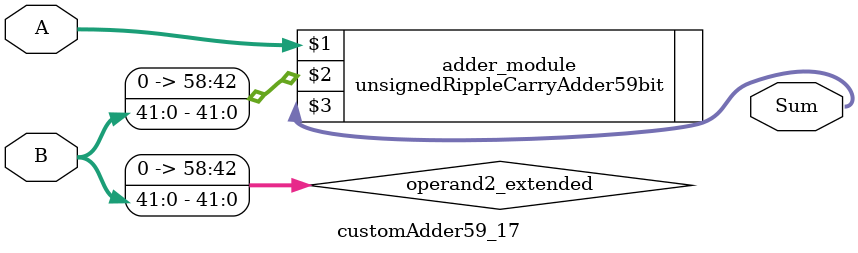
<source format=v>
module customAdder59_17(
                        input [58 : 0] A,
                        input [41 : 0] B,
                        
                        output [59 : 0] Sum
                );

        wire [58 : 0] operand2_extended;
        
        assign operand2_extended =  {17'b0, B};
        
        unsignedRippleCarryAdder59bit adder_module(
            A,
            operand2_extended,
            Sum
        );
        
        endmodule
        
</source>
